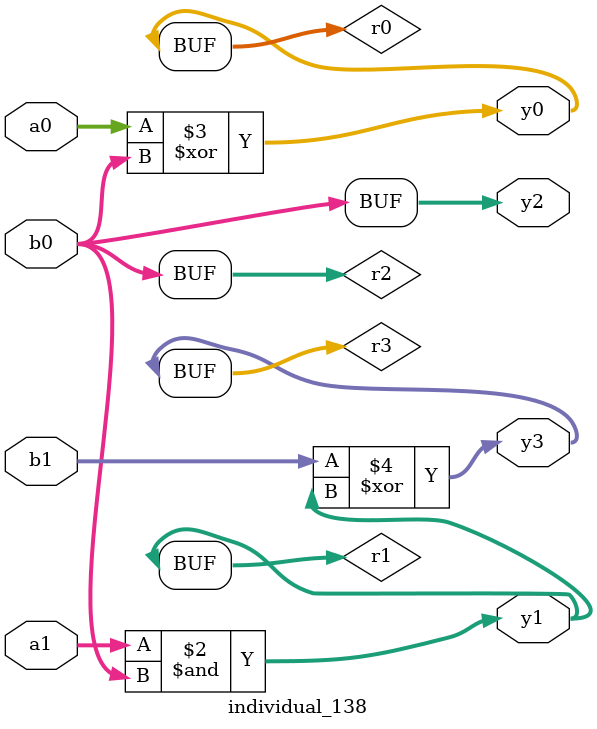
<source format=sv>
module individual_138(input logic [15:0] a1, input logic [15:0] a0, input logic [15:0] b1, input logic [15:0] b0, output logic [15:0] y3, output logic [15:0] y2, output logic [15:0] y1, output logic [15:0] y0);
logic [15:0] r0, r1, r2, r3; 
 always@(*) begin 
	 r0 = a0; r1 = a1; r2 = b0; r3 = b1; 
 	 r1  &=  b0 ;
 	 r0  ^=  r2 ;
 	 r3  ^=  r1 ;
 	 y3 = r3; y2 = r2; y1 = r1; y0 = r0; 
end
endmodule
</source>
